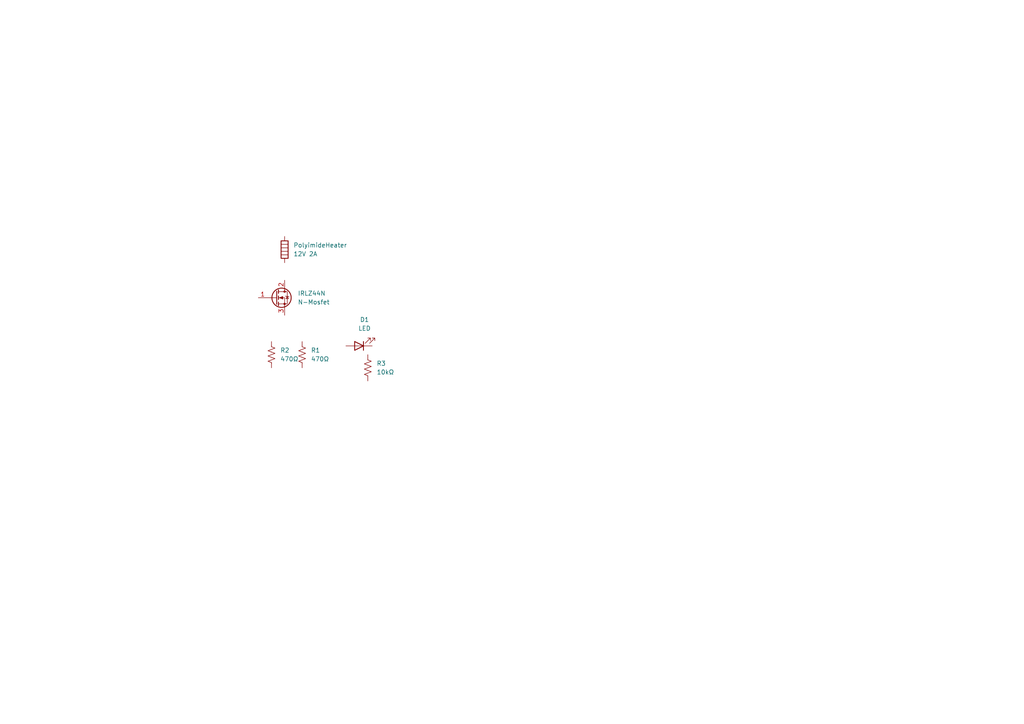
<source format=kicad_sch>
(kicad_sch (version 20231120) (generator "eeschema") (generator_version "8.0")
  (paper "A4")
  (lib_symbols
    (symbol "Device:Heater" (pin_numbers hide) (pin_names (offset 0))
      (property "Reference" "R" (at 2.032 0 90))
      (property "Value" "Heater" (at -2.032 0 90))
      (symbol "Heater_0_1"
        (rectangle (start -1.016 -2.54) (end 1.016 2.54) (stroke (width 0.254)))
        (polyline (pts (xy -1.016 1.524) (xy 1.016 1.524)))
        (polyline (pts (xy 1.016 -1.524) (xy -1.016 -1.524)))
        (polyline (pts (xy 1.016 -0.508) (xy -1.016 -0.508)))
        (polyline (pts (xy 1.016 0.508) (xy -1.016 0.508)))
      )
      (symbol "Heater_1_1"
        (pin passive line (at 0 3.81 270) (length 1.27) (name "~") (number "1"))
        (pin passive line (at 0 -3.81 90) (length 1.27) (name "~") (number "2"))
      )
    )
    (symbol "Device:LED" (pin_numbers hide) (pin_names (offset 1.016) hide)
      (property "Reference" "D" (at 0 2.54 0))
      (property "Value" "LED" (at 0 -2.54 0))
      (symbol "LED_0_1"
        (polyline (pts (xy -1.27 -1.27) (xy -1.27 1.27)) (stroke (width 0.254)))
        (polyline (pts (xy -1.27 0) (xy 1.27 0)))
        (polyline (pts (xy 1.27 -1.27) (xy 1.27 1.27) (xy -1.27 0) (xy 1.27 -1.27)) (stroke (width 0.254)))
        (polyline (pts (xy -3.048 -0.762) (xy -4.572 -2.286) (xy -3.81 -2.286) (xy -4.572 -2.286) (xy -4.572 -1.524)))
        (polyline (pts (xy -1.778 -0.762) (xy -3.302 -2.286) (xy -2.54 -2.286) (xy -3.302 -2.286) (xy -3.302 -1.524)))
      )
      (symbol "LED_1_1"
        (pin passive line (at -3.81 0 0) (length 2.54) (name "K") (number "1"))
        (pin passive line (at 3.81 0 180) (length 2.54) (name "A") (number "2"))
      )
    )
    (symbol "Device:R_US" (pin_numbers hide) (pin_names (offset 0))
      (property "Reference" "R" (at 2.54 0 90))
      (property "Value" "R_US" (at -2.54 0 90))
      (symbol "R_US_0_1"
        (polyline (pts (xy 0 -2.286) (xy 0 -2.54)))
        (polyline (pts (xy 0 2.286) (xy 0 2.54)))
        (polyline (pts (xy 0 -0.762) (xy 1.016 -1.143) (xy 0 -1.524) (xy -1.016 -1.905) (xy 0 -2.286)))
        (polyline (pts (xy 0 0.762) (xy 1.016 0.381) (xy 0 0) (xy -1.016 -0.381) (xy 0 -0.762)))
        (polyline (pts (xy 0 2.286) (xy 1.016 1.905) (xy 0 1.524) (xy -1.016 1.143) (xy 0 0.762)))
      )
      (symbol "R_US_1_1"
        (pin passive line (at 0 3.81 270) (length 1.27) (name "~") (number "1"))
        (pin passive line (at 0 -3.81 90) (length 1.27) (name "~") (number "2"))
      )
    )
    (symbol "Transistor_FET:IRLZ44N" (pin_names hide)
      (property "Reference" "Q" (at 5.08 1.905 0))
      (property "Value" "IRLZ44N" (at 5.08 0 0))
      (symbol "IRLZ44N_0_1"
        (polyline (pts (xy 0.254 0) (xy -2.54 0)))
        (polyline (pts (xy 0.254 1.905) (xy 0.254 -1.905)) (stroke (width 0.254)))
        (polyline (pts (xy 0.762 -1.27) (xy 0.762 -2.286)) (stroke (width 0.254)))
        (polyline (pts (xy 0.762 0.508) (xy 0.762 -0.508)) (stroke (width 0.254)))
        (polyline (pts (xy 0.762 2.286) (xy 0.762 1.27)) (stroke (width 0.254)))
        (polyline (pts (xy 2.54 2.54) (xy 2.54 1.778)))
        (polyline (pts (xy 2.54 -2.54) (xy 2.54 0) (xy 0.762 0)))
        (polyline (pts (xy 0.762 -1.778) (xy 3.302 -1.778) (xy 3.302 1.778) (xy 0.762 1.778)))
        (polyline (pts (xy 1.016 0) (xy 2.032 0.381) (xy 2.032 -0.381) (xy 1.016 0)) (fill (type outline)))
        (polyline (pts (xy 2.794 0.508) (xy 2.921 0.381) (xy 3.683 0.381) (xy 3.81 0.254)))
        (polyline (pts (xy 3.302 0.381) (xy 2.921 -0.254) (xy 3.683 -0.254) (xy 3.302 0.381)))
        (circle (center 1.651 0) (radius 2.794) (stroke (width 0.254)))
        (circle (center 2.54 -1.778) (radius 0.254) (fill (type outline)))
        (circle (center 2.54 1.778) (radius 0.254) (fill (type outline)))
      )
      (symbol "IRLZ44N_1_1"
        (pin input line (at -5.08 0 0) (length 2.54) (name "G") (number "1"))
        (pin passive line (at 2.54 5.08 270) (length 2.54) (name "D") (number "2"))
        (pin passive line (at 2.54 -5.08 90) (length 2.54) (name "S") (number "3"))
      )
    )
  )
  (symbol (lib_id "Device:R_US") (at 78.74 102.87 0) (unit 1)
    (property "Reference" "R2" (at 81.28 101.5999 0) (effects (justify left)))
    (property "Value" "470Ω" (at 81.28 104.1399 0) (effects (justify left)))
    (property "Description" "Resistor, US symbol" (effects (hide yes)))
  )
  (symbol (lib_id "Transistor_FET:IRLZ44N") (at 80.01 86.36 0) (unit 1)
    (property "Reference" "IRLZ44N" (at 86.36 85.0899 0) (effects (justify left)))
    (property "Value" "N-Mosfet" (at 86.36 87.6299 0) (effects (justify left)))
    (property "Footprint" "Package_TO_SOT_THT:TO-220-3_Vertical" (effects (hide yes)))
    (property "Datasheet" "http://www.irf.com/product-info/datasheets/data/irlz44n.pdf" (effects (hide yes)))
    (property "Description" "47A Id, 55V Vds, 22mOhm Rds Single N-Channel HEXFET Power MOSFET, TO-220AB" (effects (hide yes)))
  )
  (symbol (lib_id "Device:LED") (at 104.14 100.33 180) (unit 1)
    (property "Reference" "D1" (at 105.7275 92.71 0))
    (property "Value" "LED" (at 105.7275 95.25 0))
    (property "Description" "Light emitting diode" (effects (hide yes)))
  )
  (symbol (lib_id "Device:R_US") (at 106.68 106.68 0) (unit 1)
    (property "Reference" "R3" (at 109.22 105.4099 0) (effects (justify left)))
    (property "Value" "10kΩ" (at 109.22 107.9499 0) (effects (justify left)))
    (property "Description" "Resistor, US symbol" (effects (hide yes)))
  )
  (symbol (lib_id "Device:R_US") (at 87.63 102.87 0) (unit 1)
    (property "Reference" "R1" (at 90.17 101.5999 0) (effects (justify left)))
    (property "Value" "470Ω" (at 90.17 104.1399 0) (effects (justify left)))
    (property "Description" "Resistor, US symbol" (effects (hide yes)))
  )
  (symbol (lib_id "Device:Heater") (at 82.55 72.39 0) (unit 1)
    (property "Reference" "PolyimideHeater" (at 85.09 71.1199 0) (effects (justify left)))
    (property "Value" "12V 2A" (at 85.09 73.6599 0) (effects (justify left)))
    (property "Description" "Resistive heater" (effects (hide yes)))
  )
)
</source>
